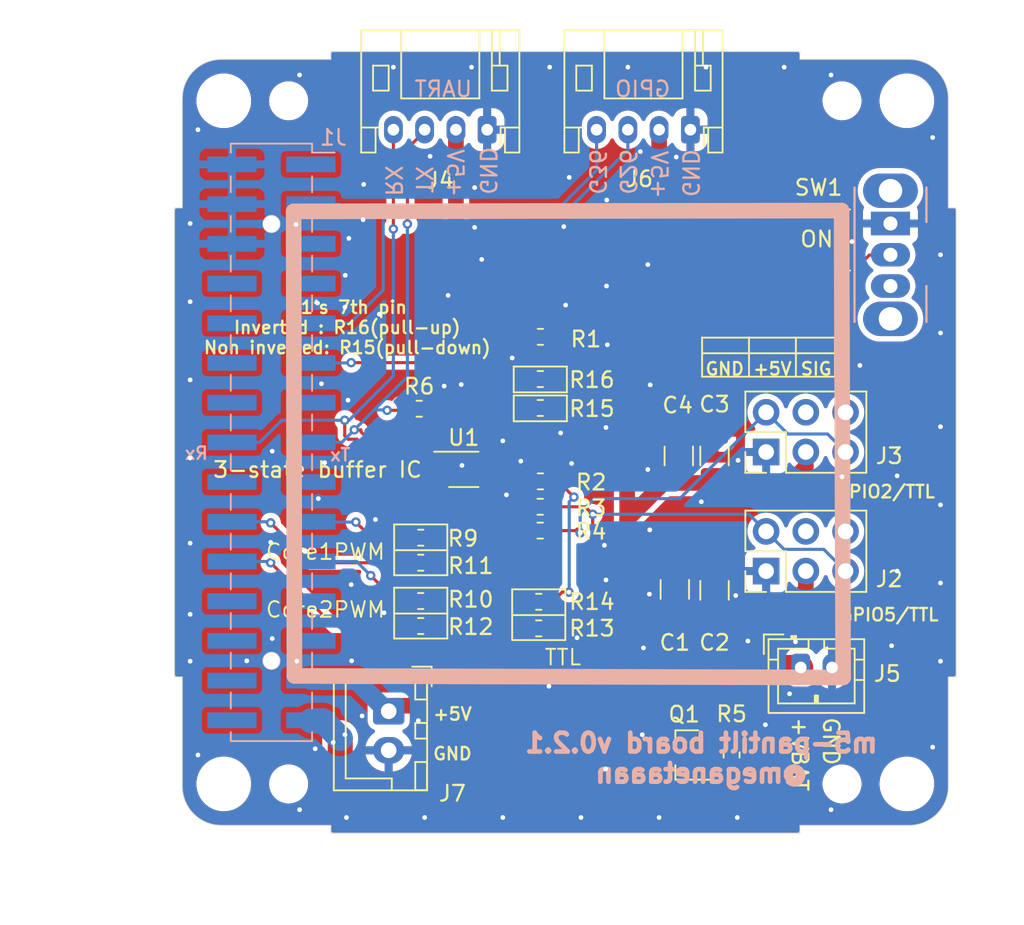
<source format=kicad_pcb>
(kicad_pcb (version 20221018) (generator pcbnew)
  (title_block (title "M5PanTilt") (date "2021-06-08") (rev "1"))
  (layers (0 "F.Cu" signal) (31 "B.Cu" signal) (34 "B.Paste" user) (35 "F.Paste" user) (36 "B.SilkS" user "B.Silkscreen") (37 "F.SilkS" user "F.Silkscreen") (38 "B.Mask" user) (39 "F.Mask" user) (44 "Edge.Cuts" user))
  (net 0 "")
  (net 1 "GND")
  (net 2 "+5V")
  (net 4 "/PORTB2")
  (net 5 "Net-(J1-Pin_29)")
  (net 8 "/PORTB1")
  (net 10 "+3V3")
  (net 14 "/TXD2")
  (net 15 "/RXD2")
  (net 25 "Net-(J2-Pin_2)")
  (net 28 "Net-(J3-Pin_2)")
  (net 31 "/PWM1")
  (net 32 "Net-(J5-Pin_1)")
  (net 33 "/PWM2")
  (net 34 "/PWM2_C2")
  (net 35 "/PWM1_C2")
  (net 36 "/PWM2_C1")
  (net 37 "/PWM1_C1")
  (net 38 "Net-(Q1-G)")
  (net 39 "Net-(U1-1Y)")
  (net 40 "Net-(U1-~{2OE})")
  (net 41 "Net-(R14-Pad1)")
  (footprint "m5-pantilt:mountinghole_M2_M3" (layer "F.Cu") (at 103.2 96.75 180)
    (fp_text reference "Hole3")
    (fp_text value "mountinghole_M2_M3")
  )
  (footprint "m5-pantilt:mountinghole_M2_M3" (layer "F.Cu") (at 146.8 96.95)
    (fp_text reference "Hole2")
    (fp_text value "mountinghole_M2_M3")
  )
  (footprint "m5-pantilt:mountinghole_M2_M3" (layer "F.Cu") (at 146.8 53.25)
    (fp_text reference "Hole1")
    (fp_text value "mountinghole_M2_M3")
  )
  (footprint "m5-pantilt:mountinghole_M2_M3" (layer "F.Cu") (at 103.2 53.05 180)
    (fp_text reference "Hole4")
    (fp_text value "mountinghole_M2_M3")
  )
  (footprint "Connector_PinHeader_2.54mm:PinHeader_2x03_P2.54mm_Vertical" (layer "F.Cu") (at 137.846 83.236 90)
    (fp_text reference "J2")
    (fp_text value "Conn_02x03_Odd_Even")
  )
  (footprint "Connector_PinHeader_2.54mm:PinHeader_2x03_P2.54mm_Vertical" (layer "F.Cu") (at 137.846 75.616 90)
    (fp_text reference "J3")
    (fp_text value "Conn_02x03_Odd_Even")
  )
  (footprint "Connector_JST:JST_PH_S4B-PH-K_1x04_P2.00mm_Horizontal" (layer "F.Cu") (at 133 55 180)
    (fp_text reference "J6")
    (fp_text value "Conn_01x04")
  )
  (footprint "m5-pantilt:NL27WZ125USG" (layer "F.Cu") (at 118.504 76.7282)
    (fp_text reference "U1")
    (fp_text value "NL27WZ125USG" hide)
  )
  (footprint "Connector_JST:JST_PH_B2B-PH-K_1x02_P2.00mm_Vertical" (layer "F.Cu") (at 140.06 89.4)
    (fp_text reference "J5")
    (fp_text value "BAT")
  )
  (footprint "Connector_JST:JST_PH_S4B-PH-K_1x04_P2.00mm_Horizontal" (layer "F.Cu") (at 120 55 180)
    (fp_text reference "J4")
    (fp_text value "Conn_01x04")
  )
  (footprint "Resistor_SMD:R_0603_1608Metric_Pad1.05x0.95mm_HandSolder" (layer "F.Cu") (at 123.3934 79.1212 180)
    (fp_text reference "R3")
    (fp_text value "1k")
  )
  (footprint "Resistor_SMD:R_0603_1608Metric_Pad1.05x0.95mm_HandSolder" (layer "F.Cu") (at 123.3934 80.6452 180)
    (fp_text reference "R4")
    (fp_text value "1k")
  )
  (footprint "Connector_JST:JST_XH_B2B-XH-A_1x02_P2.50mm_Vertical" (layer "F.Cu") (at 113.7 92.2 -90)
    (fp_text reference "J7")
    (fp_text value "5V_POWER")
  )
  (footprint "Resistor_SMD:R_0603_1608Metric_Pad1.05x0.95mm_HandSolder" (layer "F.Cu") (at 123.406 68.25)
    (fp_text reference "R1")
    (fp_text value "1k")
  )
  (footprint "Resistor_SMD:R_0603_1608Metric_Pad1.05x0.95mm_HandSolder" (layer "F.Cu") (at 123.406 77.4956 180)
    (fp_text reference "R2")
    (fp_text value "100")
  )
  (footprint "Capacitor_SMD:C_1206_3216Metric_Pad1.42x1.75mm_HandSolder" (layer "F.Cu") (at 134.544 75.87 90)
    (fp_text reference "C3")
    (fp_text value "100u")
  )
  (footprint "Capacitor_SMD:C_1206_3216Metric_Pad1.42x1.75mm_HandSolder" (layer "F.Cu") (at 132.258 75.87 -90)
    (fp_text reference "C4")
    (fp_text value "100u")
  )
  (footprint "Capacitor_SMD:C_1206_3216Metric_Pad1.42x1.75mm_HandSolder" (layer "F.Cu") (at 132.004 84.4044 -90)
    (fp_text reference "C1")
    (fp_text value "100u")
  )
  (footprint "Package_TO_SOT_SMD:SOT-23" (layer "F.Cu") (at 132.8 95 180)
    (fp_text reference "Q1")
    (fp_text value "IRLML6402")
  )
  (footprint "Resistor_SMD:R_0603_1608Metric_Pad1.05x0.95mm_HandSolder" (layer "F.Cu") (at 135.6362 94.9962 90)
    (fp_text reference "R5")
    (fp_text value "47k")
  )
  (footprint "Resistor_SMD:R_0603_1608Metric_Pad1.05x0.95mm_HandSolder" (layer "F.Cu") (at 115.65 72.85)
    (fp_text reference "R6")
    (fp_text value "10k")
  )
  (footprint "Resistor_SMD:R_0603_1608Metric_Pad1.05x0.95mm_HandSolder" (layer "F.Cu") (at 115.75 81.1 180)
    (fp_text reference "R9")
    (fp_text value "0")
  )
  (footprint "Resistor_SMD:R_0603_1608Metric_Pad1.05x0.95mm_HandSolder" (layer "F.Cu") (at 115.75 85.15 180)
    (fp_text reference "R10")
    (fp_text value "0")
  )
  (footprint "Resistor_SMD:R_0603_1608Metric_Pad1.05x0.95mm_HandSolder" (layer "F.Cu") (at 115.75 82.7 180)
    (fp_text reference "R11")
    (fp_text value "0")
  )
  (footprint "Resistor_SMD:R_0603_1608Metric_Pad1.05x0.95mm_HandSolder" (layer "F.Cu") (at 115.75 86.75 180)
    (fp_text reference "R12")
    (fp_text value "0")
  )
  (footprint "Resistor_SMD:R_0603_1608Metric_Pad1.05x0.95mm_HandSolder" (layer "F.Cu") (at 123.3 86.9)
    (fp_text reference "R13")
    (fp_text value "0")
  )
  (footprint "Resistor_SMD:R_0603_1608Metric_Pad1.05x0.95mm_HandSolder" (layer "F.Cu") (at 123.4 72.8)
    (fp_text reference "R15")
    (fp_text value "0")
  )
  (footprint "Resistor_SMD:R_0603_1608Metric_Pad1.05x0.95mm_HandSolder" (layer "F.Cu") (at 123.4 70.95 180)
    (fp_text reference "R16")
    (fp_text value "0")
  )
  (footprint "Resistor_SMD:R_0603_1608Metric_Pad1.05x0.95mm_HandSolder" (layer "F.Cu") (at 123.3 85.2 180)
    (fp_text reference "R14")
    (fp_text value "0")
  )
  (footprint "Capacitor_SMD:C_1206_3216Metric_Pad1.42x1.75mm_HandSolder" (layer "F.Cu") (at 134.544 84.4695 -90)
    (fp_text reference "C2")
    (fp_text value "100u")
  )
  (footprint "Connector_PinHeader_2.54mm:PinHeader_2x15_P2.54mm_Vertical_SMD" (layer "B.Cu") (at 106.2 75 180)
    (fp_text reference "J1")
    (fp_text value "Conn_02x15_Odd_Even")
  )
  (footprint "Button_Switch_THT:SW_CuK_OS102011MA1QN1_SPDT_Angled" (layer "B.Cu") (at 145.8 61 -90)
    (fp_text reference "SW1")
    (fp_text value "SW_SPDT")
  )
  (gr_line (start 107.6708 89.9416) (end 107.62 60.2236) (stroke (width 1)) (layer "B.SilkS"))
  (gr_line (start 142.7736 90.0432) (end 107.6708 89.9416) (stroke (width 1)) (layer "B.SilkS"))
  (gr_line (start 107.62 60.2236) (end 142.672 60.1728) (stroke (width 1)) (layer "B.SilkS"))
  (gr_line (start 142.672 60.1728) (end 142.7736 90.0432) (stroke (width 1)) (layer "B.SilkS"))
  (gr_line (start 133.75 70.8) (end 142.25 70.8) (stroke (width 0.12)) (layer "F.SilkS"))
  (gr_line (start 142.25 70.8) (end 142.25 68.3) (stroke (width 0.12)) (layer "F.SilkS"))
  (gr_line (start 142.25 68.3) (end 133.75 68.3) (stroke (width 0.12)) (layer "F.SilkS"))
  (gr_line (start 133.75 68.3) (end 133.75 70.8) (stroke (width 0.12)) (layer "F.SilkS"))
  (gr_line (start 136.75 68.3) (end 136.75 70.8) (stroke (width 0.12)) (layer "F.SilkS"))
  (gr_line (start 139.75 68.3) (end 139.75 70.8) (stroke (width 0.12)) (layer "F.SilkS"))
  (gr_line (start 133.75 69.3) (end 142.25 69.3) (stroke (width 0.12)) (layer "F.SilkS"))
  (gr_line (start 121.6 87.65) (end 121.6 84.4) (stroke (width 0.12)) (layer "F.SilkS"))
  (gr_line (start 114.05 84.3) (end 117.45 84.3) (stroke (width 0.12)) (layer "F.SilkS"))
  (gr_line (start 114.05 85.95) (end 117.45 85.95) (stroke (width 0.12)) (layer "F.SilkS"))
  (gr_line (start 117.45 87.55) (end 114.05 87.55) (stroke (width 0.12)) (layer "F.SilkS"))
  (gr_line (start 117.45 84.3) (end 117.45 87.55) (stroke (width 0.12)) (layer "F.SilkS"))
  (gr_line (start 114.05 87.55) (end 114.05 84.3) (stroke (width 0.12)) (layer "F.SilkS"))
  (gr_line (start 114.05 83.5) (end 114.05 80.25) (stroke (width 0.12)) (layer "F.SilkS"))
  (gr_line (start 114.05 81.9) (end 117.45 81.9) (stroke (width 0.12)) (layer "F.SilkS"))
  (gr_line (start 114.05 80.25) (end 117.45 80.25) (stroke (width 0.12)) (layer "F.SilkS"))
  (gr_line (start 117.45 83.5) (end 114.05 83.5) (stroke (width 0.12)) (layer "F.SilkS"))
  (gr_line (start 117.45 80.25) (end 117.45 83.5) (stroke (width 0.12)) (layer "F.SilkS"))
  (gr_line (start 125.1 70.15) (end 125.1 71.8) (stroke (width 0.12)) (layer "F.SilkS"))
  (gr_line (start 121.7 70.15) (end 125.1 70.15) (stroke (width 0.12)) (layer "F.SilkS"))
  (gr_line (start 121.7 71.8) (end 121.7 70.15) (stroke (width 0.12)) (layer "F.SilkS"))
  (gr_line (start 121.7 71.8) (end 125.1 71.8) (stroke (width 0.12)) (layer "F.SilkS"))
  (gr_line (start 121.7 72) (end 125.1 72) (stroke (width 0.12)) (layer "F.SilkS"))
  (gr_line (start 125.1 72) (end 125.1 73.65) (stroke (width 0.12)) (layer "F.SilkS"))
  (gr_line (start 121.7 73.65) (end 121.7 72) (stroke (width 0.12)) (layer "F.SilkS"))
  (gr_line (start 121.7 73.65) (end 125.1 73.65) (stroke (width 0.12)) (layer "F.SilkS"))
  (gr_line (start 125 84.4) (end 125 87.65) (stroke (width 0.12)) (layer "F.SilkS"))
  (gr_line (start 121.6 86.05) (end 125 86.05) (stroke (width 0.12)) (layer "F.SilkS"))
  (gr_line (start 125 87.65) (end 121.6 87.65) (stroke (width 0.12)) (layer "F.SilkS"))
  (gr_line (start 121.6 84.4) (end 125 84.4) (stroke (width 0.12)) (layer "F.SilkS"))
  (gr_line (start 142.579 60.0984) (end 143.214 60.0984) (stroke (width 0.12)) (layer "F.SilkS"))
  (gr_line (start 143.214 64.0084) (end 142.579 64.0084) (stroke (width 0.12)) (layer "F.SilkS"))
  (gr_line (start 142.579 64.0084) (end 142.579 60.0984) (stroke (width 0.12)) (layer "F.SilkS"))
  (gr_line (start 140 100) (end 110 100) (stroke (width 0.05)) (layer "Edge.Cuts"))
  (gr_line (start 149.5 53) (end 149.5 60) (stroke (width 0.05)) (layer "Edge.Cuts"))
  (gr_line (start 147 50.5) (end 140 50.5) (stroke (width 0.05)) (layer "Edge.Cuts"))
  (gr_line (start 100.5 97) (end 100.5 90) (stroke (width 0.05)) (layer "Edge.Cuts"))
  (gr_line (start 100.5 53) (end 100.5 60) (stroke (width 0.05)) (layer "Edge.Cuts"))
  (gr_arc (start 100.5 53) (mid 101.232233 51.232233) (end 103 50.5) (stroke (width 0.05)) (layer "Edge.Cuts"))
  (gr_line (start 149.5 60) (end 150 60) (stroke (width 0.05)) (layer "Edge.Cuts"))
  (gr_line (start 149.5 90) (end 150 90) (stroke (width 0.05)) (layer "Edge.Cuts"))
  (gr_line (start 140 99.5) (end 140 100) (stroke (width 0.05)) (layer "Edge.Cuts"))
  (gr_line (start 110 99.5) (end 110 100) (stroke (width 0.05)) (layer "Edge.Cuts"))
  (gr_line (start 100.5 90) (end 100 90) (stroke (width 0.05)) (layer "Edge.Cuts"))
  (gr_line (start 100 60) (end 100.5 60) (stroke (width 0.05)) (layer "Edge.Cuts"))
  (gr_line (start 110 50) (end 110 50.5) (stroke (width 0.05)) (layer "Edge.Cuts"))
  (gr_circle (center 106.2 88.9764) (end 106.75 88.9764) (stroke (width 0.05)) (fill none) (layer "Edge.Cuts"))
  (gr_line (start 100 90) (end 100 60) (stroke (width 0.05)) (layer "Edge.Cuts"))
  (gr_line (start 103 50.5) (end 110 50.5) (stroke (width 0.05)) (layer "Edge.Cuts"))
  (gr_line (start 147 99.5) (end 140 99.5) (stroke (width 0.05)) (layer "Edge.Cuts"))
  (gr_line (start 110 50) (end 140 50) (stroke (width 0.05)) (layer "Edge.Cuts"))
  (gr_arc (start 149.5 97) (mid 148.767767 98.767767) (end 147 99.5) (stroke (width 0.05)) (layer "Edge.Cuts"))
  (gr_arc (start 147 50.5) (mid 148.767767 51.232233) (end 149.5 53) (stroke (width 0.05)) (layer "Edge.Cuts"))
  (gr_circle (center 106.2 61.029563) (end 106.75 61.029563) (stroke (width 0.05)) (fill none) (layer "Edge.Cuts"))
  (gr_line (start 150 60) (end 150 90) (stroke (width 0.05)) (layer "Edge.Cuts"))
  (gr_line (start 103 99.5) (end 110 99.5) (stroke (width 0.05)) (layer "Edge.Cuts"))
  (gr_line (start 149.5 97) (end 149.5 90) (stroke (width 0.05)) (layer "Edge.Cuts"))
  (gr_arc (start 103 99.5) (mid 101.232233 98.767767) (end 100.5 97) (stroke (width 0.05)) (layer "Edge.Cuts"))
  (gr_line (start 140 50) (end 140 50.5) (stroke (width 0.05)) (layer "Edge.Cuts"))
  (gr_text "Rx" (at 101.4 75.7) (layer "B.SilkS") (effects (font (size 0.8 0.8)) (justify mirror)))
  (gr_text "UART" (at 117.2 52.4) (layer "B.SilkS") (effects (font (size 1 1)) (justify mirror)))
  (gr_text "+5V" (at 131 59.5 270) (layer "B.SilkS") (effects (font (size 1 1)) (justify left mirror)))
  (gr_text "m5-pantilt board v0.2.1\n@meganetaaan" (at 133.7 95.2) (layer "B.SilkS") (effects (font (size 1.2 1.2) (thickness 0.3)) (justify mirror)))
  (gr_text "RX" (at 114 59.35 270) (layer "B.SilkS") (effects (font (size 1 1)) (justify left mirror)))
  (gr_text "Tx" (at 110.6 75.8) (layer "B.SilkS") (effects (font (size 0.8 0.8)) (justify mirror)))
  (gr_text "GND" (at 120.05 59.25 270) (layer "B.SilkS") (effects (font (size 1 1)) (justify left mirror)))
  (gr_text "GPIO" (at 129.95 52.4) (layer "B.SilkS") (effects (font (size 1 1)) (justify mirror)))
  (gr_text "+5V" (at 117.95 59.4 270) (layer "B.SilkS") (effects (font (size 1 1)) (justify left mirror)))
  (gr_text "G36" (at 127.05 59.25 270) (layer "B.SilkS") (effects (font (size 1 1)) (justify left mirror)))
  (gr_text "G26" (at 129 59.25 270) (layer "B.SilkS") (effects (font (size 1 1)) (justify left mirror)))
  (gr_text "GND" (at 133 59.4 270) (layer "B.SilkS") (effects (font (size 1 1)) (justify left mirror)))
  (gr_text "TX" (at 115.95 59.15 270) (layer "B.SilkS") (effects (font (size 1 1)) (justify left mirror)))
  (gr_text "GPIO5/TTL" (at 145.72 86.03) (layer "F.SilkS") (effects (font (size 0.8 0.8))))
  (gr_text "Core1PWM" (at 109.65 82) (layer "F.SilkS") (effects (font (size 1 1) (thickness 0.125))))
  (gr_text "Core2PWM" (at 109.65 85.7) (layer "F.SilkS") (effects (font (size 1 1) (thickness 0.125))))
  (gr_text "GND +5V SIG" (at 138 70.3) (layer "F.SilkS") (effects (font (size 0.8 0.8))))
  (gr_text "+5V" (at 117.78 92.38) (layer "F.SilkS") (effects (font (size 0.8 0.8))))
  (gr_text "U1's 7th pin\nInverted : R16(pull-up)\nNon inverted: R15(pull-down)" (at 111.05 67.65) (layer "F.SilkS") (effects (font (size 0.8 0.8))))
  (gr_text "GND" (at 117.78 94.92) (layer "F.SilkS") (effects (font (size 0.8 0.8))))
  (gr_text "GND" (at 142 92.5 270) (layer "F.SilkS") (effects (font (size 1 1)) (justify left)))
  (gr_text "+VBAT" (at 140 92.5 270) (layer "F.SilkS") (effects (font (size 1 1)) (justify left)))
  (gr_text "GPIO2/TTL" (at 145.4914 78.156) (layer "F.SilkS") (effects (font (size 0.8 0.8))))
  (gr_text "TTL" (at 124.85 88.75) (layer "F.SilkS") (effects (font (size 1 1) (thickness 0.125))))
  (gr_text "3-state buffer IC" (at 109.15 76.75) (layer "F.SilkS") (effects (font (size 1 1))))
  (gr_text "ON" (at 141.084 61.9984) (layer "F.SilkS") (effects (font (size 1 1))))
  (segment (start 118.3878 76.4782) (end 116.94825 76.4782) (width 0.2) (layer "F.Cu") (net 1))
  (segment (start 116.1 77.710399) (end 116.1 78.3) (width 0.2) (layer "F.Cu") (net 1))
  (segment (start 117.5483 77.478201) (end 118.548301 76.4782) (width 0.2) (layer "F.Cu") (net 1))
  (segment (start 116.94825 77.478201) (end 117.5483 77.478201) (width 0.2) (layer "F.Cu") (net 1))
  (segment (start 116.340199 77.4702) (end 116.1 77.710399) (width 0.2) (layer "F.Cu") (net 1))
  (segment (start 116.94825 77.478201) (end 116.3482 77.478201) (width 0.2) (layer "F.Cu") (net 1))
  (via (at 146.228 83.236) (size 0.6) (drill 0.3) (layers "F.Cu" "B.Cu") (net 1))
  (via (at 115.6 92.8) (size 0.6) (drill 0.3) (layers "F.Cu" "B.Cu") (net 1))
  (via (at 112 92.5) (size 0.6) (drill 0.3) (layers "F.Cu" "B.Cu") (net 1))
  (via (at 124.7 74.4) (size 0.6) (drill 0.3) (layers "F.Cu" "B.Cu") (net 1))
  (via (at 135.9 84.8) (size 0.6) (drill 0.3) (layers "F.Cu" "B.Cu") (net 1))
  (via (at 136 99) (size 0.6) (drill 0.3) (layers "F.Cu" "B.Cu") (net 1))
  (via (at 121.6 69.6) (size 0.6) (drill 0.3) (layers "F.Cu" "B.Cu") (net 1))
  (via (at 107.8232 89.0018) (size 0.6) (drill 0.3) (layers "F.Cu" "B.Cu") (net 1))
  (via (at 121 74.9048) (size 0.6) (drill 0.3) (layers "F.Cu" "B.Cu") (net 1))
  (via (at 118.3878 76.4782) (size 0.6) (drill 0.3) (layers "F.Cu" "B.Cu") (net 1))
  (via (at 121.2344 78.3592) (size 0.6) (drill 0.3) (layers "F.Cu" "B.Cu") (net 1))
  (via (at 101 61) (size 0.6) (drill 0.3) (layers "F.Cu" "B.Cu") (net 1))
  (via (at 129.9212 93.7008) (size 0.6) (drill 0.3) (layers "F.Cu" "B.Cu") (net 1))
  (via (at 106.15 81.4) (size 0.6) (drill 0.3) (layers "F.Cu" "B.Cu") (net 1))
  (via (at 111 99) (size 0.6) (drill 0.3) (layers "F.Cu" "B.Cu") (net 1))
  (via (at 149 63) (size 0.6) (drill 0.3) (layers "F.Cu" "B.Cu") (net 1))
  (via (at 117.5 65.6) (size 0.6) (drill 0.3) (layers "F.Cu" "B.Cu") (net 1))
  (via (at 116.35 56.7) (size 0.6) (drill 0.3) (layers "F.Cu" "B.Cu") (net 1))
  (via (at 139.7256 87.7572) (size 0.6) (drill 0.3) (layers "F.Cu" "B.Cu") (net 1))
  (via (at 139.3446 91.0846) (size 0.6) (drill 0.3) (layers "F.Cu" "B.Cu") (net 1))
  (via (at 149 89) (size 0.6) (drill 0.3) (layers "F.Cu" "B.Cu") (net 1))
  (via (at 125.75 87.5) (size 0.6) (drill 0.3) (layers "F.Cu" "B.Cu") (net 1))
  (via (at 132.1 56.75) (size 0.6) (drill 0.3) (layers "F.Cu" "B.Cu") (net 1))
  (via (at 131 99) (size 0.6) (drill 0.3) (layers "F.Cu" "B.Cu") (net 1))
  (via (at 142.7 77.2) (size 0.6) (drill 0.3) (layers "F.Cu" "B.Cu") (net 1))
  (via (at 130.4292 71.3234) (size 0.6) (drill 0.3) (layers "F.Cu" "B.Cu") (net 1))
  (via (at 114 51) (size 0.6) (drill 0.3) (layers "F.Cu" "B.Cu") (net 1))
  (via (at 143.3324 62.154) (size 0.6) (drill 0.3) (layers "F.Cu" "B.Cu") (net 1))
  (via (at 119.2 58.7) (size 0.6) (drill 0.3) (layers "F.Cu" "B.Cu") (net 1))
  (via (at 124 51) (size 0.6) (drill 0.3) (layers "F.Cu" "B.Cu") (net 1))
  (via (at 106.2484 75.5652) (size 0.6) (drill 0.3) (layers "F.Cu" "B.Cu") (net 1))
  (via (at 118.3388 71.298) (size 0.6) (drill 0.3) (layers "F.Cu" "B.Cu") (net 1))
  (via (at 129 51) (size 0.6) (drill 0.3) (layers "F.Cu" "B.Cu") (net 1))
  (via (at 136.05 76.15) (size 0.6) (drill 0.3) (layers "F.Cu" "B.Cu") (net 1))
  (via (at 119 51) (size 0.6) (drill 0.3) (layers "F.Cu" "B.Cu") (net 1))
  (via (at 137.7952 93.0658) (size 0.6) (drill 0.3) (layers "F.Cu" "B.Cu") (net 1))
  (via (at 142 98.5) (size 0.6) (drill 0.3) (layers "F.Cu" "B.Cu") (net 1))
  (via (at 111.15 61.95) (size 0.6) (drill 0.3) (layers "F.Cu" "B.Cu") (net 1))
  (via (at 133.7 78.8) (size 0.6) (drill 0.3) (layers "F.Cu" "B.Cu") (net 1))
  (via (at 127.65 59.5) (size 0.6) (drill 0.3) (layers "F.Cu" "B.Cu") (net 1))
  (via (at 111.3 84.1) (size 0.6) (drill 0.3) (layers "F.Cu" "B.Cu") (net 1))
  (via (at 111.3284 88.9764) (size 0.6) (drill 0.3) (layers "F.Cu" "B.Cu") (net 1))
  (via (at 101.5 95) (size 0.6) (drill 0.3) (layers "F.Cu" "B.Cu") (net 1))
  (via (at 109.144 66.091) (size 0.6) (drill 0.3) (layers "F.Cu" "B.Cu") (net 1))
  (via (at 148.5 94.5) (size 0.6) (drill 0.3) (layers "F.Cu" "B.Cu") (net 1))
  (via (at 101.5 55) (size 0.6) (drill 0.3) (layers "F.Cu" "B.Cu") (net 1))
  (via (at 112.8524 79.934) (size 0.6) (drill 0.3) (layers "F.Cu" "B.Cu") (net 1))
  (via (at 109.4 71.25) (size 0.6) (drill 0.3) (layers "F.Cu" "B.Cu") (net 1))
  (via (at 139 51) (size 0.6) (drill 0.3) (layers "F.Cu" "B.Cu") (net 1))
  (via (at 127.5 81.585) (size 0.6) (drill 0.3) (layers "F.Cu" "B.Cu") (net 1))
  (via (at 149 68) (size 0.6) (drill 0.3) (layers "F.Cu" "B.Cu") (net 1))
  (via (at 110.9 66.35) (size 0.6) (drill 0.3) (layers "F.Cu" "B.Cu") (net 1))
  (via (at 101 71) (size 0.6) (drill 0.3) (layers "F.Cu" "B.Cu") (net 1))
  (via (at 124.9 61.2) (size 0.6) (drill 0.3) (layers "F.Cu" "B.Cu") (net 1))
  (via (at 112.1 58.5) (size 0.6) (drill 0.3) (layers "F.Cu" "B.Cu") (net 1))
  (via (at 136.6776 87.7064) (size 0.6) (drill 0.3) (layers "F.Cu" "B.Cu") (net 1))
  (via (at 108 98.5) (size 0.6) (drill 0.3) (layers "F.Cu" "B.Cu") (net 1))
  (via (at 113.4 85.9) (size 0.6) (drill 0.3) (layers "F.Cu" "B.Cu") (net 1))
  (via (at 126 99) (size 0.6) (drill 0.3) (layers "F.Cu" "B.Cu") (net 1))
  (via (at 149 84) (size 0.6) (drill 0.3) (layers "F.Cu" "B.Cu") (net 1))
  (via (at 109.6 76.3) (size 0.6) (drill 0.3) (layers "F.Cu" "B.Cu") (net 1))
  (via (at 127.686 68.758) (size 0.6) (drill 0.3) (layers "F.Cu" "B.Cu") (net 1))
  (via (at 119.65 63.3) (size 0.6) (drill 0.3) (layers "F.Cu" "B.Cu") (net 1))
  (via (at 127.5844 95.8852) (size 0.6) (drill 0.3) (layers "F.Cu" "B.Cu") (net 1))
  (via (at 111.1 72.3) (size 0.6) (drill 0.3) (layers "F.Cu" "B.Cu") (net 1))
  (via (at 101 89) (size 0.6) (drill 0.3) (layers "F.Cu" "B.Cu") (net 1))
  (via (at 109 94.6) (size 0.6) (drill 0.3) (layers "F.Cu" "B.Cu") (net 1))
  (via (at 129.8 56.4) (size 0.6) (drill 0.3) (layers "F.Cu" "B.Cu") (net 1))
  (via (at 108 51.5) (size 0.6) (drill 0.3) (layers "F.Cu" "B.Cu") (net 1))
  (via (at 109.2 78.6) (size 0.6) (drill 0.3) (layers "F.Cu" "B.Cu") (net 1))
  (via (at 149 79) (size 0.6) (drill 0.3) (layers "F.Cu" "B.Cu") (net 1))
  (via (at 119.2 61.25) (size 0.6) (drill 0.3) (layers "F.Cu" "B.Cu") (net 1))
  (via (at 130.4 80.6) (size 0.6) (drill 0.3) (layers "F.Cu" "B.Cu") (net 1))
  (via (at 143.8404 70.0788) (size 0.6) (drill 0.3) (layers "F.Cu" "B.Cu") (net 1))
  (via (at 125.4 76.35) (size 0.6) (drill 0.3) (layers "F.Cu" "B.Cu") (net 1))
  (via (at 145.8724 88.0112) (size 0.6) (drill 0.3) (layers "F.Cu" "B.Cu") (net 1))
  (via (at 142 51.5) (size 0.6) (drill 0.3) (layers "F.Cu" "B.Cu") (net 1))
  (via (at 121 99) (size 0.6) (drill 0.3) (layers "F.Cu" "B.Cu") (net 1))
  (via (at 110.922 64.313) (size 0.6) (drill 0.3) (layers "F.Cu" "B.Cu") (net 1))
  (via (at 112.065 60.757) (size 0.6) (drill 0.3) (layers "F.Cu" "B.Cu") (net 1))
  (via (at 130.3784 84.7092) (size 0.6) (drill 0.3) (layers "F.Cu" "B.Cu") (net 1))
  (via (at 127.6352 64.9988) (size 0.6) (drill 0.3) (layers "F.Cu" "B.Cu") (net 1))
  (via (at 104.6228 88.9764) (size 0.6) (drill 0.3) (layers "F.Cu" "B.Cu") (net 1))
  (via (at 130 88.15) (size 0.6) (drill 0.3) (layers "F.Cu" "B.Cu") (net 1))
  (via (at 106.25 87.55) (size 0.6) (drill 0.3) (layers "F.Cu" "B.Cu") (net 1))
  (via (at 101 66) (size 0.6) (drill 0.3) (layers "F.Cu" "B.Cu") (net 1))
  (via (at 127.6 74.05) (size 0.6) (drill 0.3) (layers "F.Cu" "B.Cu") (net 1))
  (via (at 116 99) (size 0.6) (drill 0.3) (layers "F.Cu" "B.Cu") (net 1))
  (via (at 101 81.45) (size 0.6) (drill 0.3) (layers "F.Cu" "B.Cu") (net 1))
  (via (at 125.019 66.218) (size 0.6) (drill 0.3) (layers "F.Cu" "B.Cu") (net 1))
  (via (at 101 86) (size 0.6) (drill 0.3) (layers "F.Cu" "B.Cu") (net 1))
  (via (at 130.2768 76.7336) (size 0.6) (drill 0.3) (layers "F.Cu" "B.Cu") (net 1))
  (via (at 134 51) (size 0.6) (drill 0.3) (layers "F.Cu" "B.Cu") (net 1))
  (via (at 149 74) (size 0.6) (drill 0.3) (layers "F.Cu" "B.Cu") (net 1))
  (via (at 113.1 66.8) (size 0.6) (drill 0.3) (layers "F.Cu" "B.Cu") (net 1))
  (via (at 123.95 90.6) (size 0.6) (drill 0.3) (layers "F.Cu" "B.Cu") (net 1))
  (via (at 122.15 76.2) (size 0.6) (drill 0.3) (layers "F.Cu" "B.Cu") (net 1))
  (via (at 101 76) (size 0.6) (drill 0.3) (layers "F.Cu" "B.Cu") (net 1))
  (via (at 125.25 58.05) (size 0.6) (drill 0.3) (layers "F.Cu" "B.Cu") (net 1))
  (via (at 117.25 71.4) (size 0.6) (drill 0.3) (layers "F.Cu" "B.Cu") (net 1))
  (via (at 146.228 77.14) (size 0.6) (drill 0.3) (layers "F.Cu" "B.Cu") (net 1))
  (via (at 107.7724 61.0618) (size 0.6) (drill 0.3) (layers "F.Cu" "B.Cu") (net 1))
  (via (at 148.5 55.5) (size 0.6) (drill 0.3) (layers "F.Cu" "B.Cu") (net 1))
  (via (at 130.2768 63.6272) (size 0.6) (drill 0.3) (layers "F.Cu" "B.Cu") (net 1))
  (via (at 127.6 83.8) (size 0.6) (drill 0.3) (layers "F.Cu" "B.Cu") (net 1))
  (segment (start 128.956 82.347) (end 128.956 74.251202) (width 1) (layer "F.Cu") (net 2))
  (segment (start 128.9306 82.3724) (end 128.9306 86.1194) (width 1) (layer "F.Cu") (net 2))
  (segment (start 128.956 79.934) (end 131.2928 77.5972) (width 1) (layer "F.Cu") (net 2))
  (segment (start 131.2928 77.5972) (end 139.3446 77.5972) (width 1) (layer "F.Cu") (net 2))
  (segment (start 128.956 68.25) (end 128.956 69.266) (width 1) (layer "F.Cu") (net 2))
  (segment (start 128.95 87.5) (end 130.218599 86.231401) (width 1) (layer "F.Cu") (net 2))
  (segment (start 128.956 69.266) (end 128.956 58.919) (width 1) (layer "F.Cu") (net 2))
  (segment (start 139.3446 77.5972) (end 140.386 76.5558) (width 1) (layer "F.Cu") (net 2))
  (segment (start 119.330003 64.950001) (end 125.656001 64.950001) (width 1) (layer "F.Cu") (net 2))
  (segment (start 116.130002 91.85) (end 124.6 91.85) (width 1) (layer "F.Cu") (net 2))
  (segment (start 115.119999 91.799999) (end 116.080001 91.799999) (width 1) (layer "F.Cu") (net 2))
  (segment (start 124.6 91.85) (end 128.95 87.5) (width 1) (layer "F.Cu") (net 2))
  (segment (start 128.956 58.919) (end 131 56.875) (width 1) (layer "F.Cu") (net 2))
  (segment (start 128.956 74.251202) (end 128.956 69.266) (width 1) (layer "F.Cu") (net 2))
  (segment (start 128.956 82.347) (end 128.9306 82.3724) (width 1) (layer "F.Cu") (net 2))
  (segment (start 113.7 92.2) (end 114.05 91.85) (width 1) (layer "F.Cu") (net 2))
  (segment (start 125.656001 64.950001) (end 128.956 68.25) (width 1) (layer "F.Cu") (net 2))
  (segment (start 116.080001 91.799999) (end 116.130002 91.85) (width 1) (layer "F.Cu") (net 2))
  (segment (start 138.568599 86.231401) (end 140.386 84.414) (width 1) (layer "F.Cu") (net 2))
  (segment (start 131 56.875) (end 131 55) (width 1) (layer "F.Cu") (net 2))
  (segment (start 128.95 87.5) (end 128.95 86.1388) (width 1) (layer "F.Cu") (net 2))
  (segment (start 130.218599 86.231401) (end 138.568599 86.231401) (width 1) (layer "F.Cu") (net 2))
  (segment (start 128.956 82.347) (end 128.956 79.934) (width 1) (layer "F.Cu") (net 2))
  (segment (start 115.069998 91.85) (end 115.119999 91.799999) (width 1) (layer "F.Cu") (net 2))
  (segment (start 114.05 91.85) (end 115.069998 91.85) (width 1) (layer "F.Cu") (net 2))
  (segment (start 118 55) (end 118 63.619998) (width 1) (layer "F.Cu") (net 2))
  (segment (start 140.386 76.5558) (end 140.386 75.616) (width 1) (layer "F.Cu") (net 2))
  (segment (start 118 63.619998) (end 119.330003 64.950001) (width 1) (layer "F.Cu") (net 2))
  (segment (start 140.386 84.414) (end 140.386 83.236) (width 1) (layer "F.Cu") (net 2))
  (segment (start 108.725 90.24) (end 111.64 90.24) (width 1.2) (layer "B.Cu") (net 2))
  (segment (start 111.64 90.24) (end 113.7 92.3) (width 1.2) (layer "B.Cu") (net 2))
  (segment (start 110.608 59.868) (end 110.5 59.76) (width 0.2) (layer "B.Cu") (net 4))
  (segment (start 124.732 59.868) (end 110.608 59.868) (width 0.2) (layer "B.Cu") (net 4))
  (segment (start 127 57.6) (end 124.732 59.868) (width 0.2) (layer "B.Cu") (net 4))
  (segment (start 110.5 59.76) (end 108.725 59.76) (width 0.2) (layer "B.Cu") (net 4))
  (segment (start 127 55) (end 127 57.6) (width 0.2) (layer "B.Cu") (net 4))
  (segment (start 110.6 93.925998) (end 110.6 95.8172) (width 1.6) (layer "F.Cu") (net 5))
  (segment (start 110.6 95.8172) (end 112.2936 97.5108) (width 1.6) (layer "F.Cu") (net 5))
  (segment (start 129.8 96.8) (end 130 96.8) (width 1.6) (layer "F.Cu") (net 5))
  (segment (start 129.0892 97.5108) (end 129.8 96.8) (width 1.6) (layer "F.Cu") (net 5))
  (segment (start 112.2936 97.5108) (end 129.0892 97.5108) (width 1.6) (layer "F.Cu") (net 5))
  (segment (start 110.6 93.925998) (end 110.6 93.925998) (width 1.6) (layer "F.Cu") (net 5))
  (segment (start 130 96.8) (end 131.8 95) (width 1.6) (layer "F.Cu") (net 5))
  (via (at 110.15 94.2) (size 0.6) (drill 0.3) (layers "F.Cu" "B.Cu") (net 5))
  (via (at 110.9 93.7) (size 0.6) (drill 0.3) (layers "F.Cu" "B.Cu") (net 5))
  (segment (start 110.6 93.925998) (end 110.6 93.925998) (width 1.6) (layer "B.Cu") (net 5))
  (segment (start 110.6 93.925998) (end 110.6 93.925998) (width 1.6) (layer "B.Cu") (net 5))
  (segment (start 108.7376 92.8118) (end 109.485802 92.8118) (width 1.6) (layer "B.Cu") (net 5))
  (segment (start 109.485802 92.8118) (end 110.6 93.925998) (width 1.6) (layer "B.Cu") (net 5))
  (segment (start 128.956 54.9844) (end 129 54.9404) (width 1) (layer "F.Cu") (net 8))
  (segment (start 111.22 67.38) (end 113.35 65.25) (width 0.2) (layer "B.Cu") (net 8))
  (segment (start 113.35 60.6658) (end 113.747789 60.268011) (width 0.2) (layer "B.Cu") (net 8))
  (segment (start 113.35 65.25) (end 113.35 60.6658) (width 0.2) (layer "B.Cu") (net 8))
  (segment (start 129 56.3) (end 129 56.075) (width 0.2) (layer "B.Cu") (net 8))
  (segment (start 125.031989 60.268011) (end 129 56.3) (width 0.2) (layer "B.Cu") (net 8))
  (segment (start 129 56.075) (end 129 55) (width 0.2) (layer "B.Cu") (net 8))
  (segment (start 108.725 67.38) (end 111.22 67.38) (width 0.2) (layer "B.Cu") (net 8))
  (segment (start 113.747789 60.268011) (end 125.031989 60.268011) (width 0.2) (layer "B.Cu") (net 8))
  (segment (start 119.94 69.9) (end 121.59 68.25) (width 0.2) (layer "F.Cu") (net 10))
  (segment (start 124.145 70.79) (end 124.145 69.84) (width 0.2) (layer "F.Cu") (net 10))
  (segment (start 115.7 69.9) (end 111.724264 69.9) (width 0.2) (layer "F.Cu") (net 10))
  (segment (start 115.7 69.95) (end 116.525 70.775) (width 0.2) (layer "F.Cu") (net 10))
  (segment (start 120.05975 71.54575) (end 118.414 69.9) (width 0.2) (layer "F.Cu") (net 10))
  (segment (start 118.414 69.9) (end 119.94 69.9) (width 0.2) (layer "F.Cu") (net 10))
  (segment (start 116.525 70.775) (end 116.525 72.85) (width 0.2) (layer "F.Cu") (net 10))
  (segment (start 122.531 68.25) (end 122.531 68.725) (width 0.2) (layer "F.Cu") (net 10))
  (segment (start 124.145 69.84) (end 123.825 69.52) (width 0.2) (layer "F.Cu") (net 10))
  (segment (start 121.59 68.25) (end 122.86 68.25) (width 0.2) (layer "F.Cu") (net 10))
  (segment (start 120.05975 75.978199) (end 120.05975 71.54575) (width 0.2) (layer "F.Cu") (net 10))
  (segment (start 123.825 69.52) (end 123.326 69.52) (width 0.2) (layer "F.Cu") (net 10))
  (segment (start 118.414 69.9) (end 115.7 69.9) (width 0.2) (layer "F.Cu") (net 10))
  (segment (start 111.724264 69.9) (end 111.3 69.9) (width 0.2) (layer "F.Cu") (net 10))
  (segment (start 122.531 68.725) (end 123.326 69.52) (width 0.2) (layer "F.Cu") (net 10))
  (segment (start 115.7 69.9) (end 115.7 69.95) (width 0.2) (layer "F.Cu") (net 10))
  (via (at 111.3 69.9) (size 0.6) (drill 0.3) (layers "F.Cu" "B.Cu") (net 10))
  (segment (start 108.725 69.92) (end 111.28 69.92) (width 0.2) (layer "B.Cu") (net 10))
  (segment (start 111.28 69.92) (end 111.3 69.9) (width 0.2) (layer "B.Cu") (net 10))
  (segment (start 113.1 75.5) (end 111.924262 74.324262) (width 0.2) (layer "F.Cu") (net 14))
  (segment (start 116.87525 76.051199) (end 116.379601 76.051199) (width 0.2) (layer "F.Cu") (net 14))
  (segment (start 116.379601 76.051199) (end 115.9512 76.4796) (width 0.2) (layer "F.Cu") (net 14))
  (segment (start 114.9 56.2) (end 114.9 61.026749) (width 0.2) (layer "F.Cu") (net 14))
  (segment (start 113.6 72.95) (end 114.675 72.95) (width 0.2) (layer "F.Cu") (net 14))
  (segment (start 116.94825 75.978199) (end 116.87525 76.051199) (width 0.2) (layer "F.Cu") (net 14))
  (segment (start 113.1 75.508) (end 113.1 75.5) (width 0.2) (layer "F.Cu") (net 14))
  (segment (start 114.9 61.026749) (end 114.896874 61.029875) (width 0.2) (layer "F.Cu") (net 14))
  (segment (start 116 55.1) (end 114.9 56.2) (width 0.2) (layer "F.Cu") (net 14))
  (segment (start 114.0716 76.4796) (end 113.1 75.508) (width 0.2) (layer "F.Cu") (net 14))
  (segment (start 114.675 72.95) (end 114.775 72.85) (width 0.2) (layer "F.Cu") (net 14))
  (segment (start 115.9512 76.4796) (end 114.0716 76.4796) (width 0.2) (layer "F.Cu") (net 14))
  (segment (start 116 55) (end 116 55.1) (width 0.2) (layer "F.Cu") (net 14))
  (segment (start 111.924262 74.324262) (end 111.924262 74.2) (width 0.2) (layer "F.Cu") (net 14))
  (segment (start 111.924262 74.2) (end 111.499998 74.2) (width 0.2) (layer "F.Cu") (net 14))
  (via (at 113.6 72.95) (size 0.6) (drill 0.3) (layers "F.Cu" "B.Cu") (net 14))
  (via (at 111.499998 74.2) (size 0.6) (drill 0.3) (layers "F.Cu" "B.Cu") (net 14))
  (via (at 114.896874 61.029875) (size 0.6) (drill 0.3) (layers "F.Cu" "B.Cu") (net 14))
  (segment (start 112.774999 72.924999) (end 114.896874 70.803124) (width 0.2) (layer "B.Cu") (net 14))
  (segment (start 112.774999 72.924999) (end 113.574999 72.924999) (width 0.2) (layer "B.Cu") (net 14))
  (segment (start 114.896874 61.454139) (end 114.896874 61.029875) (width 0.2) (layer "B.Cu") (net 14))
  (segment (start 111.499998 74.2) (end 112.774999 72.924999) (width 0.2) (layer "B.Cu") (net 14))
  (segment (start 108.725 75) (end 110.699998 75) (width 0.2) (layer "B.Cu") (net 14))
  (segment (start 113.574999 72.924999) (end 113.6 72.95) (width 0.2) (layer "B.Cu") (net 14))
  (segment (start 114.896874 70.803124) (end 114.896874 61.454139) (width 0.2) (layer "B.Cu") (net 14))
  (segment (start 111.199999 74.499999) (end 111.499998 74.2) (width 0.2) (layer "B.Cu") (net 14))
  (segment (start 110.699998 75) (end 111.199999 74.499999) (width 0.2) (layer "B.Cu") (net 14))
  (segment (start 114 55) (end 114 61.349996) (width 0.2) (layer "F.Cu") (net 15))
  (segment (start 111.111999 74.800001) (end 110.887845 74.575847) (width 0.2) (layer "F.Cu") (net 15))
  (segment (start 116.90685 76.9368) (end 113.812536 76.9368) (width 0.2) (layer "F.Cu") (net 15))
  (segment (start 114 61.349996) (end 113.999996 61.35) (width 0.2) (layer "F.Cu") (net 15))
  (segment (start 110.887845 74.009678) (end 110.887845 73.585414) (width 0.2) (layer "F.Cu") (net 15))
  (segment (start 116.94825 76.9782) (end 116.90685 76.9368) (width 0.2) (layer "F.Cu") (net 15))
  (segment (start 110.887845 74.575847) (end 110.887845 74.009678) (width 0.2) (layer "F.Cu") (net 15))
  (segment (start 111.675737 74.800001) (end 111.111999 74.800001) (width 0.2) (layer "F.Cu") (net 15))
  (segment (start 113.812536 76.9368) (end 111.675737 74.800001) (width 0.2) (layer "F.Cu") (net 15))
  (via (at 113.999996 61.35) (size 0.6) (drill 0.3) (layers "F.Cu" "B.Cu") (net 15))
  (via (at 110.887845 73.585414) (size 0.6) (drill 0.3) (layers "F.Cu" "B.Cu") (net 15))
  (segment (start 110.463581 73.585414) (end 110.887845 73.585414) (width 0.2) (layer "B.Cu") (net 15))
  (segment (start 106.864586 73.585414) (end 110.463581 73.585414) (width 0.2) (layer "B.Cu") (net 15))
  (segment (start 105.45 75) (end 106.864586 73.585414) (width 0.2) (layer "B.Cu") (net 15))
  (segment (start 111.164586 73.585414) (end 113.999996 70.750004) (width 0.2) (layer "B.Cu") (net 15))
  (segment (start 113.999996 70.750004) (end 113.999996 61.774264) (width 0.2) (layer "B.Cu") (net 15))
  (segment (start 103.675 75) (end 105.45 75) (width 0.2) (layer "B.Cu") (net 15))
  (segment (start 110.887845 73.585414) (end 111.164586 73.585414) (width 0.2) (layer "B.Cu") (net 15))
  (segment (start 113.999996 61.774264) (end 113.999996 61.35) (width 0.2) (layer "B.Cu") (net 15))
  (segment (start 126.2712 79.1212) (end 126.450001 79.300001) (width 0.2) (layer "F.Cu") (net 25))
  (segment (start 126.450001 79.300001) (end 126.75 79.6) (width 0.2) (layer "F.Cu") (net 25))
  (segment (start 126.75 84.85) (end 126.75 80.024264) (width 0.2) (layer "F.Cu") (net 25))
  (segment (start 124.7 86.9) (end 126.75 84.85) (width 0.2) (layer "F.Cu") (net 25))
  (segment (start 124.175 86.9) (end 124.7 86.9) (width 0.2) (layer "F.Cu") (net 25))
  (segment (start 124.2684 79.1212) (end 126.2712 79.1212) (width 0.2) (layer "F.Cu") (net 25))
  (segment (start 126.75 80.024264) (end 126.75 79.6) (width 0.2) (layer "F.Cu") (net 25))
  (via (at 126.75 79.6) (size 0.6) (drill 0.3) (layers "F.Cu" "B.Cu") (net 25))
  (segment (start 136.75 79.6) (end 126.75 79.6) (width 0.2) (layer "B.Cu") (net 25))
  (segment (start 142.076001 82.386001) (end 142.926 83.236) (width 0.2) (layer "B.Cu") (net 25))
  (segment (start 141.536001 81.846001) (end 142.076001 82.386001) (width 0.2) (layer "B.Cu") (net 25))
  (segment (start 138.996001 81.846001) (end 141.536001 81.846001) (width 0.2) (layer "B.Cu") (net 25))
  (segment (start 137.846 80.696) (end 136.75 79.6) (width 0.2) (layer "B.Cu") (net 25))
  (segment (start 137.846 80.696) (end 138.996001 81.846001) (width 0.2) (layer "B.Cu") (net 25))
  (segment (start 124.2684 80.6452) (end 125.7952 80.6452) (width 0.2) (layer "F.Cu") (net 28))
  (segment (start 142.926 75.616) (end 142.584 75.616) (width 0.2) (layer "F.Cu") (net 28))
  (segment (start 125.7952 80.6452) (end 125.95 80.8) (width 0.4) (layer "F.Cu") (net 28))
  (segment (start 124.2684 83.3566) (end 122.425 85.2) (width 0.2) (layer "F.Cu") (net 28))
  (segment (start 124.2684 80.6452) (end 124.2684 83.3566) (width 0.2) (layer "F.Cu") (net 28))
  (segment (start 125.7952 80.6452) (end 125.85 80.7) (width 0.2) (layer "F.Cu") (net 28))
  (segment (start 122.425 85.2) (end 122.425 86.9) (width 0.2) (layer "F.Cu") (net 28))
  (via (at 125.95 80.8) (size 0.6) (drill 0.3) (layers "F.Cu" "B.Cu") (net 28))
  (segment (start 125.95 80.8) (end 125.95 79.511998) (width 0.2) (layer "B.Cu") (net 28))
  (segment (start 132.321999 78.600001) (end 136.996001 73.925999) (width 0.2) (layer "B.Cu") (net 28))
  (segment (start 125.95 79.511998) (end 126.861997 78.600001) (width 0.2) (layer "B.Cu") (net 28))
  (segment (start 137.846 73.076) (end 139.235999 74.465999) (width 0.2) (layer "B.Cu") (net 28))
  (segment (start 141.775999 74.465999) (end 142.076001 74.766001) (width 0.2) (layer "B.Cu") (net 28))
  (segment (start 126.861997 78.600001) (end 132.321999 78.600001) (width 0.2) (layer "B.Cu") (net 28))
  (segment (start 142.076001 74.766001) (end 142.926 75.616) (width 0.2) (layer "B.Cu") (net 28))
  (segment (start 139.235999 74.465999) (end 141.775999 74.465999) (width 0.2) (layer "B.Cu") (net 28))
  (segment (start 136.996001 73.925999) (end 137.846 73.076) (width 0.2) (layer "B.Cu") (net 28))
  (segment (start 122.5184 79.1212) (end 121.0788 79.1212) (width 0.2) (layer "F.Cu") (net 31))
  (segment (start 121.0788 79.1212) (end 119.1 81.1) (width 0.2) (layer "F.Cu") (net 31))
  (segment (start 119.1 81.1) (end 116.625 81.1) (width 0.2) (layer "F.Cu") (net 31))
  (segment (start 122.5184 79.1212) (end 121.9934 79.1212) (width 0.2) (layer "F.Cu") (net 31))
  (segment (start 121.9934 79.1212) (end 116.625 84.4896) (width 0.2) (layer "F.Cu") (net 31))
  (segment (start 116.625 84.675) (end 116.625 85.15) (width 0.2) (layer "F.Cu") (net 31))
  (segment (start 116.625 84.4896) (end 116.625 84.675) (width 0.2) (layer "F.Cu") (net 31))
  (segment (start 133.8 94.185548) (end 133.8 94.1908) (width 1.6) (layer "F.Cu") (net 32))
  (segment (start 135.633574 92.351974) (end 133.8 94.185548) (width 1.6) (layer "F.Cu") (net 32))
  (segment (start 135.6362 92.3546) (end 135.6362 94.1212) (width 0.2) (layer "F.Cu") (net 32))
  (segment (start 138.585548 89.4) (end 135.633574 92.351974) (width 1.6) (layer "F.Cu") (net 32))
  (segment (start 137.2 91) (end 136 92.2) (width 0.2) (layer "F.Cu") (net 32))
  (segment (start 139.997199 89.337199) (end 140.06 89.4) (width 1.2) (layer "F.Cu") (net 32))
  (segment (start 135.633574 92.351974) (end 135.6362 92.3546) (width 0.2) (layer "F.Cu") (net 32))
  (segment (start 140.06 89.4) (end 138.585548 89.4) (width 1.6) (layer "F.Cu") (net 32))
  (segment (start 115.79999 84.00001) (end 115.79999 86.44999) (width 0.2) (layer "F.Cu") (net 33))
  (segment (start 116.625 83.175) (end 115.79999 84.00001) (width 0.2) (layer "F.Cu") (net 33))
  (segment (start 116.625 86.75) (end 117.15 86.75) (width 0.2) (layer "F.Cu") (net 33))
  (segment (start 117.15 86.75) (end 117.975 85.925) (width 0.2) (layer "F.Cu") (net 33))
  (segment (start 117.975 85.925) (end 117.975 83.925) (width 0.2) (layer "F.Cu") (net 33))
  (segment (start 116.625 82.7) (end 116.625 83.175) (width 0.2) (layer "F.Cu") (net 33))
  (segment (start 116.1 86.75) (end 116.625 86.75) (width 0.2) (layer "F.Cu") (net 33))
  (segment (start 121.2548 80.6452) (end 122.5184 80.6452) (width 0.2) (layer "F.Cu") (net 33))
  (segment (start 117.975 83.925) (end 121.2548 80.6452) (width 0.2) (layer "F.Cu") (net 33))
  (segment (start 115.79999 86.44999) (end 116.1 86.75) (width 0.2) (layer "F.Cu") (net 33))
  (segment (start 106.449999 82.999999) (end 106.15 82.7) (width 0.2) (layer "F.Cu") (net 34))
  (segment (start 114.875 86.75) (end 110.2 86.75) (width 0.2) (layer "F.Cu") (net 34))
  (segment (start 110.2 86.75) (end 106.449999 82.999999) (width 0.2) (layer "F.Cu") (net 34))
  (via (at 106.15 82.7) (size 0.6) (drill 0.3) (layers "F.Cu" "B.Cu") (net 34))
  (segment (start 106.07 82.62) (end 106.15 82.7) (width 0.2) (layer "B.Cu") (net 34))
  (segment (start 103.675 82.62) (end 106.07 82.62) (width 0.2) (layer "B.Cu") (net 34))
  (segment (start 114.875 85.15) (end 114.178399 85.15) (width 0.2) (layer "F.Cu") (net 35))
  (segment (start 114.178399 85.15) (end 112.55 83.521601) (width 0.2) (layer "F.Cu") (net 35))
  (via (at 112.55 83.521601) (size 0.6) (drill 0.3) (layers "F.Cu" "B.Cu") (net 35))
  (segment (start 112.55 83.521601) (end 111.648399 82.62) (width 0.2) (layer "B.Cu") (net 35))
  (segment (start 111.648399 82.62) (end 108.725 82.62) (width 0.2) (layer "B.Cu") (net 35))
  (segment (start 108.7 82.7) (end 106.449999 80.449999) (width 0.2) (layer "F.Cu") (net 36))
  (segment (start 114.875 82.7) (end 108.7 82.7) (width 0.2) (layer "F.Cu") (net 36))
  (segment (start 106.449999 80.449999) (end 106.15 80.15) (width 0.2) (layer "F.Cu") (net 36))
  (via (at 106.15 80.15) (size 0.6) (drill 0.3) (layers "F.Cu" "B.Cu") (net 36))
  (segment (start 106.08 80.08) (end 106.15 80.15) (width 0.2) (layer "B.Cu") (net 36))
  (segment (start 103.675 80.08) (end 106.08 80.08) (width 0.2) (layer "B.Cu") (net 36))
  (segment (start 112.6 81.1) (end 111.6 80.1) (width 0.2) (layer "F.Cu") (net 37))
  (segment (start 114.875 81.1) (end 112.6 81.1) (width 0.2) (layer "F.Cu") (net 37))
  (via (at 111.6 80.1) (size 0.6) (drill 0.3) (layers "F.Cu" "B.Cu") (net 37))
  (segment (start 111.6 80.1) (end 108.745 80.1) (width 0.2) (layer "B.Cu") (net 37))
  (segment (start 108.745 80.1) (end 108.725 80.08) (width 0.2) (layer "B.Cu") (net 37))
  (segment (start 137.567596 91.9736) (end 136.7792 92.761996) (width 0.2) (layer "F.Cu") (net 38))
  (segment (start 145.1104 89.84) (end 142.9768 91.9736) (width 0.2) (layer "F.Cu") (net 38))
  (segment (start 142.9768 91.9736) (end 137.567596 91.9736) (width 0.2) (layer "F.Cu") (net 38))
  (segment (start 143.18 64.2876) (end 143.18 67.488) (width 0.2) (layer "F.Cu") (net 38))
  (segment (start 145.1104 69.4184) (end 145.1104 89.84) (width 0.2) (layer "F.Cu") (net 38))
  (segment (start 135.6362 95.8712) (end 133.8788 95.8712) (width 0.2) (layer "F.Cu") (net 38))
  (segment (start 136.7792 94.7282) (end 135.6362 95.8712) (width 0.2) (layer "F.Cu") (net 38))
  (segment (start 145.7824 63.0176) (end 144.45 63.0176) (width 0.2) (layer "F.Cu") (net 38))
  (segment (start 144.45 63.0176) (end 143.18 64.2876) (width 0.2) (layer "F.Cu") (net 38))
  (segment (start 136.7792 92.761996) (end 136.7792 94.7282) (width 0.2) (layer "F.Cu") (net 38))
  (segment (start 145.8 63) (end 145.7824 63.0176) (width 0.2) (layer "F.Cu") (net 38))
  (segment (start 133.8788 95.8712) (end 133.8 95.95) (width 0.2) (layer "F.Cu") (net 38))
  (segment (start 143.18 67.488) (end 145.1104 69.4184) (width 0.2) (layer "F.Cu") (net 38))
  (segment (start 126.035 68.885) (end 126.035 74.2242) (width 0.2) (layer "F.Cu") (net 39))
  (segment (start 122.281001 77.478201) (end 120.05975 77.478201) (width 0.2) (layer "F.Cu") (net 39))
  (segment (start 122.531 77.7282) (end 122.281001 77.478201) (width 0.2) (layer "F.Cu") (net 39))
  (segment (start 125.4 68.25) (end 126.035 68.885) (width 0.2) (layer "F.Cu") (net 39))
  (segment (start 124.281 68.25) (end 125.4 68.25) (width 0.2) (layer "F.Cu") (net 39))
  (segment (start 126.035 74.2242) (end 122.531 77.7282) (width 0.2) (layer "F.Cu") (net 39))
  (segment (start 120.05975 76.9782) (end 120.05975 77.478201) (width 0.2) (layer "F.Cu") (net 39))
  (segment (start 122.83 73.33) (end 122.83 70.82) (width 0.2) (layer "F.Cu") (net 40))
  (segment (start 120.6598 76.4782) (end 122.86 74.278) (width 0.2) (layer "F.Cu") (net 40))
  (segment (start 122.83 70.82) (end 122.86 70.79) (width 0.2) (layer "F.Cu") (net 40))
  (segment (start 122.86 74.278) (end 122.86 72.695) (width 0.2) (layer "F.Cu") (net 40))
  (segment (start 120.05975 76.4782) (end 120.6598 76.4782) (width 0.2) (layer "F.Cu") (net 40))
  (segment (start 120.05975 76.4782) (end 119.9884 76.4782) (width 0.2) (layer "F.Cu") (net 40))
  (segment (start 124.5456 77.4956) (end 125.55 78.5) (width 0.2) (layer "F.Cu") (net 41))
  (segment (start 124.281 77.4956) (end 124.5456 77.4956) (width 0.2) (layer "F.Cu") (net 41))
  (segment (start 124.794187 84.580813) (end 124.175 85.2) (width 0.2) (layer "F.Cu") (net 41))
  (segment (start 124.2684 85.1066) (end 124.175 85.2) (width 0.2) (layer "F.Cu") (net 41))
  (segment (start 125.230813 84.580813) (end 124.794187 84.580813) (width 0.2) (layer "F.Cu") (net 41))
  (via (at 125.55 78.5) (size 0.6) (drill 0.3) (layers "F.Cu" "B.Cu") (net 41))
  (via (at 125.230813 84.580813) (size 0.6) (drill 0.3) (layers "F.Cu" "B.Cu") (net 41))
  (segment (start 125.250001 84.561625) (end 125.230813 84.580813) (width 0.2) (layer "B.Cu") (net 41))
  (segment (start 125.55 78.5) (end 125.250001 78.799999) (width 0.2) (layer "B.Cu") (net 41))
  (segment (start 125.250001 78.799999) (end 125.250001 84.561625) (width 0.2) (layer "B.Cu") (net 41))
  (zone (net 1) (net_name "GND") (layer "F.Cu") (connect_pads (clearance 0.35)) (min_thickness 0.254) (fill yes (thermal_gap 0.508) (thermal_bridge_width 0.508))
    (polygon (pts (xy 150 100) (xy 100 100) (xy 100 50) (xy 150 50)))
  )
  (zone (net 0) (net_name "") (layer "F.Cu") (connect_pads (clearance 0)) (min_thickness 0.254)
    (keepout (tracks allowed) (vias allowed) (pads allowed) (copperpour not_allowed) (footprints allowed))
    (fill (thermal_gap 0.508) (thermal_bridge_width 0.508))
    (polygon (pts (xy 126.035 73.965) (xy 124.765 73.965) (xy 124.765 68.885) (xy 126.035 68.885)))
  )
  (zone (net 1) (net_name "GND") (layer "B.Cu") (connect_pads (clearance 0.35)) (min_thickness 0.254) (fill yes (thermal_gap 0.508) (thermal_bridge_width 0.508))
    (polygon (pts (xy 150 100) (xy 100 100) (xy 100 50) (xy 150 50)))
  )
)
</source>
